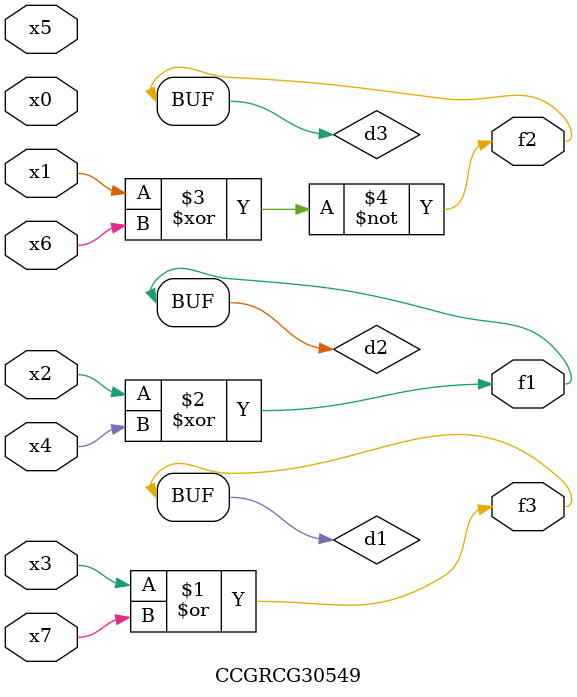
<source format=v>
module CCGRCG30549(
	input x0, x1, x2, x3, x4, x5, x6, x7,
	output f1, f2, f3
);

	wire d1, d2, d3;

	or (d1, x3, x7);
	xor (d2, x2, x4);
	xnor (d3, x1, x6);
	assign f1 = d2;
	assign f2 = d3;
	assign f3 = d1;
endmodule

</source>
